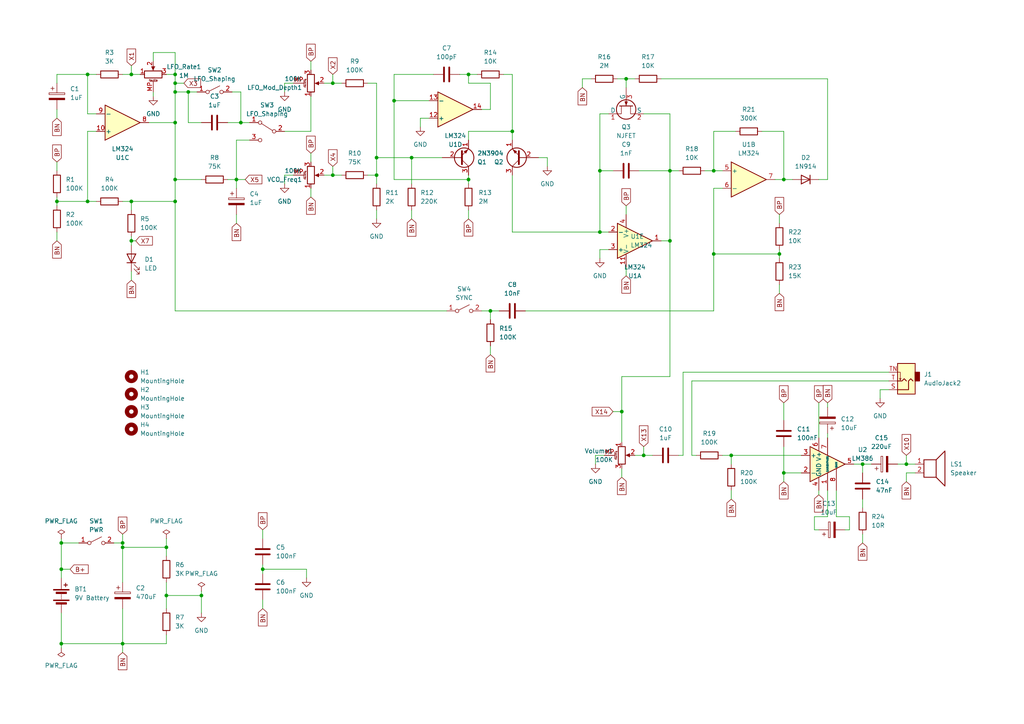
<source format=kicad_sch>
(kicad_sch (version 20230121) (generator eeschema)
  (paper "A4")
  (lib_symbols
    (symbol "Amplifier_Audio:LM386" (pin_names (offset 0.127))
      (property "Reference" "U" (at 1.27 7.62 0))
      (property "Value" "LM386" (at 1.27 5.08 0))
      (symbol "LM386_0_1"
        (polyline (pts (xy 5.08 0) (xy -5.08 5.08) (xy -5.08 -5.08) (xy 5.08 0)) (stroke (width 0.254)) (fill (type background)))
      )
      (symbol "LM386_1_1"
        (pin input line (at 0 -7.62 90) (length 5.08) (name "GAIN") (number "1"))
        (pin input line (at -7.62 -2.54 0) (length 2.54) (name "-") (number "2"))
        (pin input line (at -7.62 2.54 0) (length 2.54) (name "+") (number "3"))
        (pin power_in line (at -2.54 -7.62 90) (length 3.81) (name "GND") (number "4"))
        (pin output line (at 7.62 0 180) (length 2.54) (name "~") (number "5"))
        (pin power_in line (at -2.54 7.62 270) (length 3.81) (name "V+") (number "6"))
        (pin input line (at 0 7.62 270) (length 5.08) (name "BYPASS") (number "7"))
        (pin input line (at 2.54 -7.62 90) (length 6.35) (name "GAIN") (number "8"))
      )
    )
    (symbol "Amplifier_Operational:LM324" (pin_names (offset 0.127))
      (property "Reference" "U" (at 0 5.08 0))
      (property "Value" "LM324" (at 0 -5.08 0))
      (symbol "LM324_1_1"
        (polyline (pts (xy -5.08 5.08) (xy 5.08 0) (xy -5.08 -5.08) (xy -5.08 5.08)) (stroke (width 0.254)) (fill (type background)))
        (pin output line (at 7.62 0 180) (length 2.54) (name "~") (number "1"))
        (pin input line (at -7.62 -2.54 0) (length 2.54) (name "-") (number "2"))
        (pin input line (at -7.62 2.54 0) (length 2.54) (name "+") (number "3"))
      )
      (symbol "LM324_2_1"
        (polyline (pts (xy -5.08 5.08) (xy 5.08 0) (xy -5.08 -5.08) (xy -5.08 5.08)) (stroke (width 0.254)) (fill (type background)))
        (pin input line (at -7.62 2.54 0) (length 2.54) (name "+") (number "5"))
        (pin input line (at -7.62 -2.54 0) (length 2.54) (name "-") (number "6"))
        (pin output line (at 7.62 0 180) (length 2.54) (name "~") (number "7"))
      )
      (symbol "LM324_3_1"
        (polyline (pts (xy -5.08 5.08) (xy 5.08 0) (xy -5.08 -5.08) (xy -5.08 5.08)) (stroke (width 0.254)) (fill (type background)))
        (pin input line (at -7.62 2.54 0) (length 2.54) (name "+") (number "10"))
        (pin output line (at 7.62 0 180) (length 2.54) (name "~") (number "8"))
        (pin input line (at -7.62 -2.54 0) (length 2.54) (name "-") (number "9"))
      )
      (symbol "LM324_4_1"
        (polyline (pts (xy -5.08 5.08) (xy 5.08 0) (xy -5.08 -5.08) (xy -5.08 5.08)) (stroke (width 0.254)) (fill (type background)))
        (pin input line (at -7.62 2.54 0) (length 2.54) (name "+") (number "12"))
        (pin input line (at -7.62 -2.54 0) (length 2.54) (name "-") (number "13"))
        (pin output line (at 7.62 0 180) (length 2.54) (name "~") (number "14"))
      )
      (symbol "LM324_5_1"
        (pin power_in line (at -2.54 -7.62 90) (length 3.81) (name "V-") (number "11"))
        (pin power_in line (at -2.54 7.62 270) (length 3.81) (name "V+") (number "4"))
      )
    )
    (symbol "Connector-github:AudioJack2_SwitchT"
      (property "Reference" "J" (at 0 8.89 0))
      (property "Value" "AudioJack2_SwitchT" (at 0 6.35 0))
      (symbol "AudioJack2_SwitchT_0_1"
        (rectangle (start -2.54 0) (end -3.81 -2.54) (stroke (width 0.254)) (fill (type outline)))
        (polyline (pts (xy 1.778 -0.254) (xy 2.032 -0.762)))
        (polyline (pts (xy 0 0) (xy 0.635 -0.635) (xy 1.27 0) (xy 2.54 0)) (stroke (width 0.254)))
        (polyline (pts (xy 2.54 -2.54) (xy 1.778 -2.54) (xy 1.778 -0.254) (xy 1.524 -0.762)))
        (polyline (pts (xy 2.54 2.54) (xy -0.635 2.54) (xy -0.635 0) (xy -1.27 -0.635) (xy -1.905 0)) (stroke (width 0.254)))
        (rectangle (start 2.54 3.81) (end -2.54 -5.08) (stroke (width 0.254)) (fill (type background)))
      )
      (symbol "AudioJack2_SwitchT_1_1"
        (pin passive line (at 5.08 2.54 180) (length 2.54) (name "~") (number "S"))
        (pin passive line (at 5.08 0 180) (length 2.54) (name "~") (number "T"))
        (pin passive line (at 5.08 -2.54 180) (length 2.54) (name "~") (number "TN"))
      )
    )
    (symbol "Device:Battery" (pin_numbers hide) (pin_names (offset 0) hide)
      (property "Reference" "BT" (at 2.54 2.54 0))
      (property "Value" "Battery" (at 2.54 0 0))
      (symbol "Battery_0_1"
        (rectangle (start -2.286 -1.27) (end 2.286 -1.524) (fill (type outline)))
        (rectangle (start -2.286 1.778) (end 2.286 1.524) (fill (type outline)))
        (rectangle (start -1.524 -2.032) (end 1.524 -2.54) (fill (type outline)))
        (rectangle (start -1.524 1.016) (end 1.524 0.508) (fill (type outline)))
        (polyline (pts (xy 0 -1.016) (xy 0 -0.762)))
        (polyline (pts (xy 0 -0.508) (xy 0 -0.254)))
        (polyline (pts (xy 0 0) (xy 0 0.254)))
        (polyline (pts (xy 0 1.778) (xy 0 2.54)))
        (polyline (pts (xy 0.762 3.048) (xy 1.778 3.048)) (stroke (width 0.254)))
        (polyline (pts (xy 1.27 3.556) (xy 1.27 2.54)) (stroke (width 0.254)))
      )
      (symbol "Battery_1_1"
        (pin passive line (at 0 5.08 270) (length 2.54) (name "+") (number "1"))
        (pin passive line (at 0 -5.08 90) (length 2.54) (name "-") (number "2"))
      )
    )
    (symbol "Device:C" (pin_numbers hide) (pin_names (offset 0.254))
      (property "Reference" "C" (at 0.635 2.54 0))
      (property "Value" "C" (at 0.635 -2.54 0))
      (symbol "C_0_1"
        (polyline (pts (xy -2.032 -0.762) (xy 2.032 -0.762)) (stroke (width 0.508)))
        (polyline (pts (xy -2.032 0.762) (xy 2.032 0.762)) (stroke (width 0.508)))
      )
      (symbol "C_1_1"
        (pin passive line (at 0 3.81 270) (length 2.794) (name "~") (number "1"))
        (pin passive line (at 0 -3.81 90) (length 2.794) (name "~") (number "2"))
      )
    )
    (symbol "Device:C_Polarized" (pin_numbers hide) (pin_names (offset 0.254))
      (property "Reference" "C" (at 0.635 2.54 0))
      (property "Value" "C_Polarized" (at 0.635 -2.54 0))
      (symbol "C_Polarized_0_1"
        (rectangle (start -2.286 0.508) (end 2.286 1.016))
        (polyline (pts (xy -1.778 2.286) (xy -0.762 2.286)))
        (polyline (pts (xy -1.27 2.794) (xy -1.27 1.778)))
        (rectangle (start 2.286 -0.508) (end -2.286 -1.016) (fill (type outline)))
      )
      (symbol "C_Polarized_1_1"
        (pin passive line (at 0 3.81 270) (length 2.794) (name "~") (number "1"))
        (pin passive line (at 0 -3.81 90) (length 2.794) (name "~") (number "2"))
      )
    )
    (symbol "Device:LED" (pin_numbers hide) (pin_names (offset 1.016) hide)
      (property "Reference" "D" (at 0 2.54 0))
      (property "Value" "LED" (at 0 -2.54 0))
      (symbol "LED_0_1"
        (polyline (pts (xy -1.27 -1.27) (xy -1.27 1.27)) (stroke (width 0.254)))
        (polyline (pts (xy -1.27 0) (xy 1.27 0)))
        (polyline (pts (xy 1.27 -1.27) (xy 1.27 1.27) (xy -1.27 0) (xy 1.27 -1.27)) (stroke (width 0.254)))
        (polyline (pts (xy -3.048 -0.762) (xy -4.572 -2.286) (xy -3.81 -2.286) (xy -4.572 -2.286) (xy -4.572 -1.524)))
        (polyline (pts (xy -1.778 -0.762) (xy -3.302 -2.286) (xy -2.54 -2.286) (xy -3.302 -2.286) (xy -3.302 -1.524)))
      )
      (symbol "LED_1_1"
        (pin passive line (at -3.81 0 0) (length 2.54) (name "K") (number "1"))
        (pin passive line (at 3.81 0 180) (length 2.54) (name "A") (number "2"))
      )
    )
    (symbol "Device:Q_NJFET_DSG" (pin_names (offset 0))
      (property "Reference" "Q" (at 5.08 1.27 0))
      (property "Value" "Q_NJFET_DSG" (at 5.08 -1.27 0))
      (symbol "Q_NJFET_DSG_0_1"
        (polyline (pts (xy 0.254 1.905) (xy 0.254 -1.905) (xy 0.254 -1.905)) (stroke (width 0.254)))
        (polyline (pts (xy 2.54 -2.54) (xy 2.54 -1.27) (xy 0.254 -1.27)))
        (polyline (pts (xy 2.54 2.54) (xy 2.54 1.397) (xy 0.254 1.397)))
        (polyline (pts (xy 0 0) (xy -1.016 0.381) (xy -1.016 -0.381) (xy 0 0)) (fill (type outline)))
        (circle (center 1.27 0) (radius 2.8194) (stroke (width 0.254)))
      )
      (symbol "Q_NJFET_DSG_1_1"
        (pin passive line (at 2.54 5.08 270) (length 2.54) (name "D") (number "1"))
        (pin passive line (at 2.54 -5.08 90) (length 2.54) (name "S") (number "2"))
        (pin input line (at -5.08 0 0) (length 5.334) (name "G") (number "3"))
      )
    )
    (symbol "Device:R" (pin_numbers hide) (pin_names (offset 0))
      (property "Reference" "R" (at 2.032 0 90))
      (property "Value" "R" (at 0 0 90))
      (symbol "R_0_1"
        (rectangle (start -1.016 -2.54) (end 1.016 2.54) (stroke (width 0.254)))
      )
      (symbol "R_1_1"
        (pin passive line (at 0 3.81 270) (length 1.27) (name "~") (number "1"))
        (pin passive line (at 0 -3.81 90) (length 1.27) (name "~") (number "2"))
      )
    )
    (symbol "Device:R_Potentiometer_MountingPin" (pin_names (offset 1.016) hide)
      (property "Reference" "RV" (at -8.255 0 90))
      (property "Value" "R_Potentiometer_MountingPin" (at -6.35 0 90))
      (symbol "R_Potentiometer_MountingPin_0_1"
        (polyline (pts (xy 2.54 0) (xy 1.524 0)))
        (polyline (pts (xy 1.143 0) (xy 2.286 0.508) (xy 2.286 -0.508)) (fill (type outline)))
        (rectangle (start 1.016 2.54) (end -1.016 -2.54) (stroke (width 0.254)))
      )
      (symbol "R_Potentiometer_MountingPin_1_1"
        (polyline (pts (xy -2.032 1.016) (xy -2.032 -1.016)) (stroke (width 0.1524)))
        (text "Mounting" (at -1.651 0 900) (effects (font (size 0.381 0.381))))
        (pin passive line (at 0 3.81 270) (length 1.27) (name "1") (number "1"))
        (pin passive line (at 3.81 0 180) (length 1.27) (name "2") (number "2"))
        (pin passive line (at 0 -3.81 90) (length 1.27) (name "3") (number "3"))
        (pin passive line (at -5.08 0 0) (length 3.048) (name "MountPin") (number "MP"))
      )
    )
    (symbol "Device:Speaker" (pin_names (offset 0) hide)
      (property "Reference" "LS" (at 1.27 5.715 0))
      (property "Value" "Speaker" (at 1.27 3.81 0))
      (symbol "Speaker_0_0"
        (rectangle (start -2.54 1.27) (end 1.016 -3.81) (stroke (width 0.254)))
        (polyline (pts (xy 1.016 1.27) (xy 3.556 3.81) (xy 3.556 -6.35) (xy 1.016 -3.81)) (stroke (width 0.254)))
      )
      (symbol "Speaker_1_1"
        (pin input line (at -5.08 0 0) (length 2.54) (name "1") (number "1"))
        (pin input line (at -5.08 -2.54 0) (length 2.54) (name "2") (number "2"))
      )
    )
    (symbol "Diode:1N914" (pin_numbers hide) (pin_names hide)
      (property "Reference" "D" (at 0 2.54 0))
      (property "Value" "1N914" (at 0 -2.54 0))
      (symbol "1N914_0_1"
        (polyline (pts (xy -1.27 1.27) (xy -1.27 -1.27)) (stroke (width 0.254)))
        (polyline (pts (xy 1.27 0) (xy -1.27 0)))
        (polyline (pts (xy 1.27 1.27) (xy 1.27 -1.27) (xy -1.27 0) (xy 1.27 1.27)) (stroke (width 0.254)))
      )
      (symbol "1N914_1_1"
        (pin passive line (at -3.81 0 0) (length 2.54) (name "K") (number "1"))
        (pin passive line (at 3.81 0 180) (length 2.54) (name "A") (number "2"))
      )
    )
    (symbol "Mechanical:MountingHole" (pin_names (offset 1.016))
      (property "Reference" "H" (at 0 5.08 0))
      (property "Value" "MountingHole" (at 0 3.175 0))
      (symbol "MountingHole_0_1"
        (circle (center 0 0) (radius 1.27) (stroke (width 1.27)))
      )
    )
    (symbol "Switch:SW_SPDT" (pin_names (offset 0) hide)
      (property "Reference" "SW" (at 0 4.318 0))
      (property "Value" "SW_SPDT" (at 0 -5.08 0))
      (symbol "SW_SPDT_0_0"
        (circle (center -2.032 0) (radius 0.508))
        (circle (center 2.032 -2.54) (radius 0.508))
      )
      (symbol "SW_SPDT_0_1"
        (polyline (pts (xy -1.524 0.254) (xy 1.651 2.286)))
        (circle (center 2.032 2.54) (radius 0.508))
      )
      (symbol "SW_SPDT_1_1"
        (pin passive line (at 5.08 2.54 180) (length 2.54) (name "A") (number "1"))
        (pin passive line (at -5.08 0 0) (length 2.54) (name "B") (number "2"))
        (pin passive line (at 5.08 -2.54 180) (length 2.54) (name "C") (number "3"))
      )
    )
    (symbol "Switch:SW_SPST" (pin_names (offset 0) hide)
      (property "Reference" "SW" (at 0 3.175 0))
      (property "Value" "SW_SPST" (at 0 -2.54 0))
      (symbol "SW_SPST_0_0"
        (circle (center -2.032 0) (radius 0.508))
        (polyline (pts (xy -1.524 0.254) (xy 1.524 1.778)))
        (circle (center 2.032 0) (radius 0.508))
      )
      (symbol "SW_SPST_1_1"
        (pin passive line (at -5.08 0 0) (length 2.54) (name "A") (number "1"))
        (pin passive line (at 5.08 0 180) (length 2.54) (name "B") (number "2"))
      )
    )
    (symbol "Transistor_BJT:2N3904" (pin_names (offset 0) hide)
      (property "Reference" "Q" (at 5.08 1.905 0))
      (property "Value" "2N3904" (at 5.08 0 0))
      (symbol "2N3904_0_1"
        (polyline (pts (xy 0.635 0.635) (xy 2.54 2.54)))
        (polyline (pts (xy 0.635 -0.635) (xy 2.54 -2.54) (xy 2.54 -2.54)))
        (polyline (pts (xy 0.635 1.905) (xy 0.635 -1.905) (xy 0.635 -1.905)) (stroke (width 0.508)))
        (polyline (pts (xy 1.27 -1.778) (xy 1.778 -1.27) (xy 2.286 -2.286) (xy 1.27 -1.778) (xy 1.27 -1.778)) (fill (type outline)))
        (circle (center 1.27 0) (radius 2.8194) (stroke (width 0.254)))
      )
      (symbol "2N3904_1_1"
        (pin passive line (at 2.54 -5.08 90) (length 2.54) (name "E") (number "1"))
        (pin passive line (at -5.08 0 0) (length 5.715) (name "B") (number "2"))
        (pin passive line (at 2.54 5.08 270) (length 2.54) (name "C") (number "3"))
      )
    )
    (symbol "power:GND" (power) (pin_names (offset 0))
      (property "Value" "GND" (at 0 -3.81 0))
      (symbol "GND_0_1"
        (polyline (pts (xy 0 0) (xy 0 -1.27) (xy 1.27 -1.27) (xy 0 -2.54) (xy -1.27 -1.27) (xy 0 -1.27)))
      )
      (symbol "GND_1_1"
        (pin power_in line (at 0 0 270) (length 0) hide (name "GND") (number "1"))
      )
    )
    (symbol "power:PWR_FLAG" (power) (pin_numbers hide) (pin_names (offset 0) hide)
      (property "Value" "PWR_FLAG" (at 0 3.81 0))
      (symbol "PWR_FLAG_0_0"
        (pin power_out line (at 0 0 90) (length 0) (name "pwr") (number "1"))
      )
      (symbol "PWR_FLAG_0_1"
        (polyline (pts (xy 0 0) (xy 0 1.27) (xy -1.016 1.905) (xy 0 2.54) (xy 1.016 1.905) (xy 0 1.27)))
      )
    )
  )
  (junction (at 207.01 73.66))
  (junction (at 180.34 119.38))
  (junction (at 114.3 29.21))
  (junction (at 135.89 21.59))
  (junction (at 35.56 186.69))
  (junction (at 38.1 69.85))
  (junction (at 96.52 24.13))
  (junction (at 58.42 172.72))
  (junction (at 50.8 35.56))
  (junction (at 173.99 49.53))
  (junction (at 16.51 58.42))
  (junction (at 227.33 52.07))
  (junction (at 109.22 45.72))
  (junction (at 25.4 58.42))
  (junction (at 186.69 132.08))
  (junction (at 35.56 158.75))
  (junction (at 25.4 21.59))
  (junction (at 38.1 58.42))
  (junction (at 38.1 21.59))
  (junction (at 173.99 67.31))
  (junction (at 227.33 137.16))
  (junction (at 212.09 132.08))
  (junction (at 194.31 69.85))
  (junction (at 68.58 52.07))
  (junction (at 194.31 49.53))
  (junction (at 207.01 49.53))
  (junction (at 109.22 50.8))
  (junction (at 50.8 24.13))
  (junction (at 17.78 157.48))
  (junction (at 48.26 172.72))
  (junction (at 142.24 90.17))
  (junction (at 35.56 157.48))
  (junction (at 76.2 165.1))
  (junction (at 50.8 52.07))
  (junction (at 135.89 52.07))
  (junction (at 17.78 186.69))
  (junction (at 250.19 134.62))
  (junction (at 181.61 22.86))
  (junction (at 17.78 165.1))
  (junction (at 226.06 73.66))
  (junction (at 148.59 38.1))
  (junction (at 69.85 35.56))
  (junction (at 50.8 58.42))
  (junction (at 96.52 50.8))
  (junction (at 50.8 26.67))
  (junction (at 48.26 158.75))
  (junction (at 119.38 45.72))
  (junction (at 54.61 26.67))
  (junction (at 262.89 134.62))
  (junction (at 50.8 21.59))
  (wire (pts (xy 124.46 29.21) (xy 114.3 29.21)))
  (wire (pts (xy 58.42 35.56) (xy 54.61 35.56)))
  (wire (pts (xy 180.34 128.27) (xy 180.34 119.38)))
  (wire (pts (xy 67.31 26.67) (xy 69.85 26.67)))
  (wire (pts (xy 180.34 135.89) (xy 180.34 138.43)))
  (wire (pts (xy 54.61 26.67) (xy 57.15 26.67)))
  (wire (pts (xy 135.89 21.59) (xy 133.35 21.59)))
  (wire (pts (xy 227.33 116.84) (xy 227.33 121.92)))
  (wire (pts (xy 124.46 34.29) (xy 121.92 34.29)))
  (wire (pts (xy 17.78 186.69) (xy 17.78 187.96)))
  (wire (pts (xy 209.55 132.08) (xy 212.09 132.08)))
  (wire (pts (xy 212.09 132.08) (xy 232.41 132.08)))
  (wire (pts (xy 16.51 58.42) (xy 16.51 59.69)))
  (wire (pts (xy 180.34 109.22) (xy 194.31 109.22)))
  (wire (pts (xy 16.51 21.59) (xy 25.4 21.59)))
  (wire (pts (xy 207.01 38.1) (xy 207.01 49.53)))
  (wire (pts (xy 119.38 60.96) (xy 119.38 63.5)))
  (wire (pts (xy 90.17 54.61) (xy 90.17 57.15)))
  (wire (pts (xy 158.75 45.72) (xy 158.75 48.26)))
  (wire (pts (xy 109.22 60.96) (xy 109.22 63.5)))
  (wire (pts (xy 262.89 134.62) (xy 265.43 134.62)))
  (wire (pts (xy 38.1 69.85) (xy 38.1 71.12)))
  (wire (pts (xy 38.1 58.42) (xy 38.1 60.96)))
  (wire (pts (xy 207.01 49.53) (xy 209.55 49.53)))
  (wire (pts (xy 227.33 38.1) (xy 227.33 52.07)))
  (wire (pts (xy 33.02 157.48) (xy 35.56 157.48)))
  (wire (pts (xy 38.1 58.42) (xy 50.8 58.42)))
  (wire (pts (xy 198.12 132.08) (xy 198.12 107.95)))
  (wire (pts (xy 135.89 40.64) (xy 135.89 38.1)))
  (wire (pts (xy 82.55 24.13) (xy 82.55 26.67)))
  (wire (pts (xy 224.79 52.07) (xy 227.33 52.07)))
  (wire (pts (xy 152.4 90.17) (xy 207.01 90.17)))
  (wire (pts (xy 255.27 113.03) (xy 255.27 115.57)))
  (wire (pts (xy 186.69 33.02) (xy 194.31 33.02)))
  (wire (pts (xy 76.2 163.83) (xy 76.2 165.1)))
  (wire (pts (xy 247.65 134.62) (xy 250.19 134.62)))
  (wire (pts (xy 68.58 52.07) (xy 68.58 54.61)))
  (wire (pts (xy 135.89 60.96) (xy 135.89 63.5)))
  (wire (pts (xy 93.98 24.13) (xy 96.52 24.13)))
  (wire (pts (xy 25.4 58.42) (xy 27.94 58.42)))
  (wire (pts (xy 109.22 24.13) (xy 109.22 45.72)))
  (wire (pts (xy 236.22 153.67) (xy 237.49 153.67)))
  (wire (pts (xy 227.33 52.07) (xy 229.87 52.07)))
  (wire (pts (xy 139.7 90.17) (xy 142.24 90.17)))
  (wire (pts (xy 96.52 50.8) (xy 99.06 50.8)))
  (wire (pts (xy 35.56 158.75) (xy 35.56 168.91)))
  (wire (pts (xy 25.4 33.02) (xy 25.4 21.59)))
  (wire (pts (xy 48.26 156.21) (xy 48.26 158.75)))
  (wire (pts (xy 173.99 49.53) (xy 173.99 67.31)))
  (wire (pts (xy 35.56 154.94) (xy 35.56 157.48)))
  (wire (pts (xy 246.38 149.86) (xy 246.38 153.67)))
  (wire (pts (xy 240.03 52.07) (xy 240.03 22.86)))
  (wire (pts (xy 16.51 67.31) (xy 16.51 69.85)))
  (wire (pts (xy 54.61 35.56) (xy 54.61 26.67)))
  (wire (pts (xy 257.81 113.03) (xy 255.27 113.03)))
  (wire (pts (xy 27.94 38.1) (xy 25.4 38.1)))
  (wire (pts (xy 109.22 50.8) (xy 109.22 53.34)))
  (wire (pts (xy 135.89 38.1) (xy 148.59 38.1)))
  (wire (pts (xy 88.9 167.64) (xy 88.9 165.1)))
  (wire (pts (xy 50.8 26.67) (xy 54.61 26.67)))
  (wire (pts (xy 240.03 116.84) (xy 240.03 118.11)))
  (wire (pts (xy 135.89 50.8) (xy 135.89 52.07)))
  (wire (pts (xy 125.73 21.59) (xy 114.3 21.59)))
  (wire (pts (xy 148.59 50.8) (xy 148.59 67.31)))
  (wire (pts (xy 119.38 45.72) (xy 119.38 53.34)))
  (wire (pts (xy 16.51 24.13) (xy 16.51 21.59)))
  (wire (pts (xy 35.56 186.69) (xy 35.56 189.23)))
  (wire (pts (xy 240.03 142.24) (xy 240.03 149.86)))
  (wire (pts (xy 237.49 142.24) (xy 237.49 143.51)))
  (wire (pts (xy 25.4 38.1) (xy 25.4 58.42)))
  (wire (pts (xy 76.2 165.1) (xy 76.2 166.37)))
  (wire (pts (xy 48.26 21.59) (xy 50.8 21.59)))
  (wire (pts (xy 82.55 38.1) (xy 90.17 38.1)))
  (wire (pts (xy 90.17 38.1) (xy 90.17 27.94)))
  (wire (pts (xy 135.89 24.13) (xy 135.89 21.59)))
  (wire (pts (xy 106.68 24.13) (xy 109.22 24.13)))
  (wire (pts (xy 90.17 44.45) (xy 90.17 46.99)))
  (wire (pts (xy 184.15 132.08) (xy 186.69 132.08)))
  (wire (pts (xy 17.78 186.69) (xy 35.56 186.69)))
  (wire (pts (xy 226.06 82.55) (xy 226.06 85.09)))
  (wire (pts (xy 17.78 177.8) (xy 17.78 186.69)))
  (wire (pts (xy 207.01 73.66) (xy 226.06 73.66)))
  (wire (pts (xy 88.9 165.1) (xy 76.2 165.1)))
  (wire (pts (xy 90.17 17.78) (xy 90.17 20.32)))
  (wire (pts (xy 240.03 22.86) (xy 191.77 22.86)))
  (wire (pts (xy 148.59 67.31) (xy 173.99 67.31)))
  (wire (pts (xy 50.8 24.13) (xy 53.34 24.13)))
  (wire (pts (xy 68.58 40.64) (xy 68.58 52.07)))
  (wire (pts (xy 69.85 35.56) (xy 72.39 35.56)))
  (wire (pts (xy 194.31 69.85) (xy 191.77 69.85)))
  (wire (pts (xy 200.66 110.49) (xy 257.81 110.49)))
  (wire (pts (xy 168.91 22.86) (xy 168.91 25.4)))
  (wire (pts (xy 38.1 69.85) (xy 39.37 69.85)))
  (wire (pts (xy 250.19 144.78) (xy 250.19 147.32)))
  (wire (pts (xy 17.78 156.21) (xy 17.78 157.48)))
  (wire (pts (xy 50.8 35.56) (xy 50.8 26.67)))
  (wire (pts (xy 185.42 49.53) (xy 194.31 49.53)))
  (wire (pts (xy 58.42 177.8) (xy 58.42 172.72)))
  (wire (pts (xy 96.52 48.26) (xy 96.52 50.8)))
  (wire (pts (xy 50.8 21.59) (xy 50.8 15.24)))
  (wire (pts (xy 58.42 171.45) (xy 58.42 172.72)))
  (wire (pts (xy 82.55 50.8) (xy 82.55 53.34)))
  (wire (pts (xy 240.03 125.73) (xy 240.03 127)))
  (wire (pts (xy 181.61 77.47) (xy 181.61 80.01)))
  (wire (pts (xy 38.1 78.74) (xy 38.1 81.28)))
  (wire (pts (xy 212.09 132.08) (xy 212.09 134.62)))
  (wire (pts (xy 17.78 165.1) (xy 17.78 157.48)))
  (wire (pts (xy 194.31 49.53) (xy 194.31 69.85)))
  (wire (pts (xy 200.66 132.08) (xy 200.66 110.49)))
  (wire (pts (xy 76.2 153.67) (xy 76.2 156.21)))
  (wire (pts (xy 201.93 132.08) (xy 200.66 132.08)))
  (wire (pts (xy 50.8 58.42) (xy 50.8 52.07)))
  (wire (pts (xy 194.31 49.53) (xy 196.85 49.53)))
  (wire (pts (xy 262.89 132.08) (xy 262.89 134.62)))
  (wire (pts (xy 43.18 35.56) (xy 50.8 35.56)))
  (wire (pts (xy 135.89 21.59) (xy 138.43 21.59)))
  (wire (pts (xy 207.01 54.61) (xy 207.01 73.66)))
  (wire (pts (xy 142.24 31.75) (xy 142.24 24.13)))
  (wire (pts (xy 213.36 38.1) (xy 207.01 38.1)))
  (wire (pts (xy 180.34 119.38) (xy 180.34 109.22)))
  (wire (pts (xy 186.69 132.08) (xy 189.23 132.08)))
  (wire (pts (xy 48.26 172.72) (xy 58.42 172.72)))
  (wire (pts (xy 198.12 107.95) (xy 257.81 107.95)))
  (wire (pts (xy 265.43 137.16) (xy 262.89 137.16)))
  (wire (pts (xy 44.45 26.67) (xy 44.45 27.94)))
  (wire (pts (xy 139.7 31.75) (xy 142.24 31.75)))
  (wire (pts (xy 236.22 149.86) (xy 236.22 153.67)))
  (wire (pts (xy 148.59 38.1) (xy 148.59 40.64)))
  (wire (pts (xy 50.8 52.07) (xy 58.42 52.07)))
  (wire (pts (xy 66.04 52.07) (xy 68.58 52.07)))
  (wire (pts (xy 66.04 35.56) (xy 69.85 35.56)))
  (wire (pts (xy 35.56 186.69) (xy 48.26 186.69)))
  (wire (pts (xy 227.33 137.16) (xy 232.41 137.16)))
  (wire (pts (xy 173.99 49.53) (xy 177.8 49.53)))
  (wire (pts (xy 196.85 132.08) (xy 198.12 132.08)))
  (wire (pts (xy 227.33 129.54) (xy 227.33 137.16)))
  (wire (pts (xy 240.03 149.86) (xy 236.22 149.86)))
  (wire (pts (xy 226.06 72.39) (xy 226.06 73.66)))
  (wire (pts (xy 175.26 132.08) (xy 172.72 132.08)))
  (wire (pts (xy 44.45 15.24) (xy 44.45 17.78)))
  (wire (pts (xy 25.4 21.59) (xy 27.94 21.59)))
  (wire (pts (xy 48.26 161.29) (xy 48.26 158.75)))
  (wire (pts (xy 27.94 33.02) (xy 25.4 33.02)))
  (wire (pts (xy 142.24 24.13) (xy 135.89 24.13)))
  (wire (pts (xy 262.89 137.16) (xy 262.89 139.7)))
  (wire (pts (xy 96.52 24.13) (xy 99.06 24.13)))
  (wire (pts (xy 173.99 33.02) (xy 173.99 49.53)))
  (wire (pts (xy 50.8 15.24) (xy 44.45 15.24)))
  (wire (pts (xy 220.98 38.1) (xy 227.33 38.1)))
  (wire (pts (xy 156.21 45.72) (xy 158.75 45.72)))
  (wire (pts (xy 177.8 119.38) (xy 180.34 119.38)))
  (wire (pts (xy 109.22 45.72) (xy 109.22 50.8)))
  (wire (pts (xy 68.58 52.07) (xy 71.12 52.07)))
  (wire (pts (xy 148.59 21.59) (xy 148.59 38.1)))
  (wire (pts (xy 181.61 59.69) (xy 181.61 62.23)))
  (wire (pts (xy 212.09 142.24) (xy 212.09 144.78)))
  (wire (pts (xy 242.57 142.24) (xy 242.57 149.86)))
  (wire (pts (xy 72.39 40.64) (xy 68.58 40.64)))
  (wire (pts (xy 207.01 90.17) (xy 207.01 73.66)))
  (wire (pts (xy 176.53 33.02) (xy 173.99 33.02)))
  (wire (pts (xy 96.52 21.59) (xy 96.52 24.13)))
  (wire (pts (xy 246.38 153.67) (xy 245.11 153.67)))
  (wire (pts (xy 38.1 68.58) (xy 38.1 69.85)))
  (wire (pts (xy 76.2 173.99) (xy 76.2 176.53)))
  (wire (pts (xy 35.56 157.48) (xy 35.56 158.75)))
  (wire (pts (xy 69.85 26.67) (xy 69.85 35.56)))
  (wire (pts (xy 173.99 72.39) (xy 173.99 74.93)))
  (wire (pts (xy 50.8 26.67) (xy 50.8 24.13)))
  (wire (pts (xy 226.06 62.23) (xy 226.06 64.77)))
  (wire (pts (xy 16.51 31.75) (xy 16.51 34.29)))
  (wire (pts (xy 250.19 134.62) (xy 250.19 137.16)))
  (wire (pts (xy 250.19 154.94) (xy 250.19 157.48)))
  (wire (pts (xy 17.78 167.64) (xy 17.78 165.1)))
  (wire (pts (xy 142.24 90.17) (xy 142.24 92.71)))
  (wire (pts (xy 242.57 149.86) (xy 246.38 149.86)))
  (wire (pts (xy 85.09 50.8) (xy 82.55 50.8)))
  (wire (pts (xy 114.3 29.21) (xy 114.3 52.07)))
  (wire (pts (xy 172.72 132.08) (xy 172.72 134.62)))
  (wire (pts (xy 35.56 21.59) (xy 38.1 21.59)))
  (wire (pts (xy 25.4 58.42) (xy 16.51 58.42)))
  (wire (pts (xy 17.78 165.1) (xy 20.32 165.1)))
  (wire (pts (xy 119.38 45.72) (xy 128.27 45.72)))
  (wire (pts (xy 181.61 22.86) (xy 179.07 22.86)))
  (wire (pts (xy 68.58 62.23) (xy 68.58 64.77)))
  (wire (pts (xy 237.49 116.84) (xy 237.49 127)))
  (wire (pts (xy 181.61 22.86) (xy 184.15 22.86)))
  (wire (pts (xy 186.69 129.54) (xy 186.69 132.08)))
  (wire (pts (xy 142.24 90.17) (xy 144.78 90.17)))
  (wire (pts (xy 48.26 186.69) (xy 48.26 184.15)))
  (wire (pts (xy 50.8 24.13) (xy 50.8 21.59)))
  (wire (pts (xy 38.1 21.59) (xy 40.64 21.59)))
  (wire (pts (xy 35.56 176.53) (xy 35.56 186.69)))
  (wire (pts (xy 50.8 52.07) (xy 50.8 35.56)))
  (wire (pts (xy 17.78 157.48) (xy 22.86 157.48)))
  (wire (pts (xy 35.56 58.42) (xy 38.1 58.42)))
  (wire (pts (xy 114.3 52.07) (xy 135.89 52.07)))
  (wire (pts (xy 106.68 50.8) (xy 109.22 50.8)))
  (wire (pts (xy 250.19 134.62) (xy 252.73 134.62)))
  (wire (pts (xy 16.51 46.99) (xy 16.51 49.53)))
  (wire (pts (xy 237.49 52.07) (xy 240.03 52.07)))
  (wire (pts (xy 227.33 137.16) (xy 227.33 139.7)))
  (wire (pts (xy 260.35 134.62) (xy 262.89 134.62)))
  (wire (pts (xy 114.3 21.59) (xy 114.3 29.21)))
  (wire (pts (xy 93.98 50.8) (xy 96.52 50.8)))
  (wire (pts (xy 38.1 19.05) (xy 38.1 21.59)))
  (wire (pts (xy 226.06 73.66) (xy 226.06 74.93)))
  (wire (pts (xy 135.89 52.07) (xy 135.89 53.34)))
  (wire (pts (xy 50.8 90.17) (xy 50.8 58.42)))
  (wire (pts (xy 85.09 24.13) (xy 82.55 24.13)))
  (wire (pts (xy 48.26 168.91) (xy 48.26 172.72)))
  (wire (pts (xy 204.47 49.53) (xy 207.01 49.53)))
  (wire (pts (xy 171.45 22.86) (xy 168.91 22.86)))
  (wire (pts (xy 48.26 158.75) (xy 35.56 158.75)))
  (wire (pts (xy 146.05 21.59) (xy 148.59 21.59)))
  (wire (pts (xy 48.26 172.72) (xy 48.26 176.53)))
  (wire (pts (xy 209.55 54.61) (xy 207.01 54.61)))
  (wire (pts (xy 109.22 45.72) (xy 119.38 45.72)))
  (wire (pts (xy 129.54 90.17) (xy 50.8 90.17)))
  (wire (pts (xy 176.53 72.39) (xy 173.99 72.39)))
  (wire (pts (xy 194.31 33.02) (xy 194.31 49.53)))
  (wire (pts (xy 173.99 67.31) (xy 176.53 67.31)))
  (wire (pts (xy 16.51 57.15) (xy 16.51 58.42)))
  (wire (pts (xy 121.92 34.29) (xy 121.92 36.83)))
  (wire (pts (xy 181.61 25.4) (xy 181.61 22.86)))
  (wire (pts (xy 142.24 100.33) (xy 142.24 102.87)))
  (wire (pts (xy 194.31 109.22) (xy 194.31 69.85)))
  (global_label "BN" (shape input) (at 168.91 25.4 270) (property "Intersheetrefs" "${INTERSHEET_REFS}" (effects hide)))
  (global_label "BN" (shape input) (at 142.24 102.87 270) (property "Intersheetrefs" "${INTERSHEET_REFS}" (effects hide)))
  (global_label "X1" (shape input) (at 38.1 19.05 90) (property "Intersheetrefs" "${INTERSHEET_REFS}" (effects hide)))
  (global_label "BP" (shape input) (at 76.2 153.67 90) (property "Intersheetrefs" "${INTERSHEET_REFS}" (effects hide)))
  (global_label "X3" (shape input) (at 53.34 24.13 0) (property "Intersheetrefs" "${INTERSHEET_REFS}" (effects hide)))
  (global_label "X4" (shape input) (at 96.52 48.26 90) (property "Intersheetrefs" "${INTERSHEET_REFS}" (effects hide)))
  (global_label "BP" (shape input) (at 226.06 62.23 90) (property "Intersheetrefs" "${INTERSHEET_REFS}" (effects hide)))
  (global_label "BN" (shape input) (at 212.09 144.78 270) (property "Intersheetrefs" "${INTERSHEET_REFS}" (effects hide)))
  (global_label "BN" (shape input) (at 119.38 63.5 270) (property "Intersheetrefs" "${INTERSHEET_REFS}" (effects hide)))
  (global_label "BN" (shape input) (at 240.03 116.84 90) (property "Intersheetrefs" "${INTERSHEET_REFS}" (effects hide)))
  (global_label "BN" (shape input) (at 38.1 81.28 270) (property "Intersheetrefs" "${INTERSHEET_REFS}" (effects hide)))
  (global_label "BP" (shape input) (at 16.51 46.99 90) (property "Intersheetrefs" "${INTERSHEET_REFS}" (effects hide)))
  (global_label "BN" (shape input) (at 237.49 143.51 270) (property "Intersheetrefs" "${INTERSHEET_REFS}" (effects hide)))
  (global_label "BN" (shape input) (at 76.2 176.53 270) (property "Intersheetrefs" "${INTERSHEET_REFS}" (effects hide)))
  (global_label "BP" (shape input) (at 135.89 63.5 270) (property "Intersheetrefs" "${INTERSHEET_REFS}" (effects hide)))
  (global_label "BN" (shape input) (at 16.51 34.29 270) (property "Intersheetrefs" "${INTERSHEET_REFS}" (effects hide)))
  (global_label "BP" (shape input) (at 181.61 59.69 90) (property "Intersheetrefs" "${INTERSHEET_REFS}" (effects hide)))
  (global_label "BN" (shape input) (at 68.58 64.77 270) (property "Intersheetrefs" "${INTERSHEET_REFS}" (effects hide)))
  (global_label "BN" (shape input) (at 35.56 189.23 270) (property "Intersheetrefs" "${INTERSHEET_REFS}" (effects hide)))
  (global_label "BN" (shape input) (at 262.89 139.7 270) (property "Intersheetrefs" "${INTERSHEET_REFS}" (effects hide)))
  (global_label "BN" (shape input) (at 227.33 139.7 270) (property "Intersheetrefs" "${INTERSHEET_REFS}" (effects hide)))
  (global_label "X14" (shape input) (at 177.8 119.38 180) (property "Intersheetrefs" "${INTERSHEET_REFS}" (effects hide)))
  (global_label "X2" (shape input) (at 96.52 21.59 90) (property "Intersheetrefs" "${INTERSHEET_REFS}" (effects hide)))
  (global_label "BN" (shape input) (at 180.34 138.43 270) (property "Intersheetrefs" "${INTERSHEET_REFS}" (effects hide)))
  (global_label "BN" (shape input) (at 226.06 85.09 270) (property "Intersheetrefs" "${INTERSHEET_REFS}" (effects hide)))
  (global_label "X5" (shape input) (at 71.12 52.07 0) (property "Intersheetrefs" "${INTERSHEET_REFS}" (effects hide)))
  (global_label "X13" (shape input) (at 186.69 129.54 90) (property "Intersheetrefs" "${INTERSHEET_REFS}" (effects hide)))
  (global_label "BN" (shape input) (at 181.61 80.01 270) (property "Intersheetrefs" "${INTERSHEET_REFS}" (effects hide)))
  (global_label "BP" (shape input) (at 90.17 17.78 90) (property "Intersheetrefs" "${INTERSHEET_REFS}" (effects hide)))
  (global_label "X7" (shape input) (at 39.37 69.85 0) (property "Intersheetrefs" "${INTERSHEET_REFS}" (effects hide)))
  (global_label "BN" (shape input) (at 16.51 69.85 270) (property "Intersheetrefs" "${INTERSHEET_REFS}" (effects hide)))
  (global_label "BP" (shape input) (at 227.33 116.84 90) (property "Intersheetrefs" "${INTERSHEET_REFS}" (effects hide)))
  (global_label "BP" (shape input) (at 35.56 154.94 90) (property "Intersheetrefs" "${INTERSHEET_REFS}" (effects hide)))
  (global_label "BP" (shape input) (at 90.17 44.45 90) (property "Intersheetrefs" "${INTERSHEET_REFS}" (effects hide)))
  (global_label "BP" (shape input) (at 237.49 116.84 90) (property "Intersheetrefs" "${INTERSHEET_REFS}" (effects hide)))
  (global_label "BN" (shape input) (at 90.17 57.15 270) (property "Intersheetrefs" "${INTERSHEET_REFS}" (effects hide)))
  (global_label "B+" (shape input) (at 20.32 165.1 0) (property "Intersheetrefs" "${INTERSHEET_REFS}" (effects hide)))
  (global_label "BN" (shape input) (at 250.19 157.48 270) (property "Intersheetrefs" "${INTERSHEET_REFS}" (effects hide)))
  (global_label "X10" (shape input) (at 262.89 132.08 90) (property "Intersheetrefs" "${INTERSHEET_REFS}" (effects hide)))
  (symbol (lib_id "Device:R") (at 119.38 57.15 0) (unit 1)
    (property "Reference" "R12" (at 121.92 55.88 0) (effects (justify left)))
    (property "Value" "220K" (at 121.92 58.42 0) (effects (justify left)))
    (property "Footprint" "Resistor_THT:R_Axial_DIN0207_L6.3mm_D2.5mm_P7.62mm_Horizontal" (effects hide))
  )
  (symbol (lib_id "Device:R") (at 102.87 50.8 270) (unit 1)
    (property "Reference" "R10" (at 102.87 44.45 90))
    (property "Value" "75K" (at 102.87 46.99 90))
    (property "Footprint" "Resistor_THT:R_Axial_DIN0207_L6.3mm_D2.5mm_P7.62mm_Horizontal" (effects hide))
  )
  (symbol (lib_id "Device:Battery") (at 17.78 172.72 0) (unit 1)
    (property "Reference" "BT1" (at 21.59 170.8785 0) (effects (justify left)))
    (property "Value" "9V Battery" (at 21.59 173.4185 0) (effects (justify left)))
    (property "Footprint" "Library:Battery holder 9v" (effects hide))
  )
  (symbol (lib_id "power:GND") (at 173.99 74.93 0) (unit 1)
    (property "Reference" "#PWR06" (effects hide))
    (property "Value" "GND" (at 173.99 80.01 0))
  )
  (symbol (lib_id "Mechanical:MountingHole") (at 38.1 124.46 0) (unit 1)
    (property "Reference" "H4" (at 40.64 123.19 0) (effects (justify left)))
    (property "Value" "MountingHole" (at 40.64 125.73 0) (effects (justify left)))
    (property "Footprint" "MountingHole:MountingHole_3.2mm_M3" (effects hide))
  )
  (symbol (lib_id "Device:R") (at 142.24 21.59 270) (unit 1)
    (property "Reference" "R14" (at 142.24 15.24 90))
    (property "Value" "10K" (at 142.24 17.78 90))
    (property "Footprint" "Resistor_THT:R_Axial_DIN0207_L6.3mm_D2.5mm_P7.62mm_Horizontal" (effects hide))
  )
  (symbol (lib_id "Device:C") (at 148.59 90.17 90) (unit 1)
    (property "Reference" "C8" (at 148.59 82.55 90))
    (property "Value" "10nF" (at 148.59 85.09 90))
    (property "Footprint" "Capacitor_THT:C_Disc_D3.0mm_W1.6mm_P2.50mm" (effects hide))
  )
  (symbol (lib_id "Device:Speaker") (at 270.51 134.62 0) (unit 1)
    (property "Reference" "LS1" (at 275.59 134.62 0) (effects (justify left)))
    (property "Value" "Speaker" (at 275.59 137.16 0) (effects (justify left)))
    (property "Footprint" "Library:Speaker 2030" (effects hide))
  )
  (symbol (lib_id "Device:R_Potentiometer_MountingPin") (at 180.34 132.08 0) (unit 1)
    (property "Reference" "Volume1" (at 177.8 130.81 0) (effects (justify right)))
    (property "Value" "100K" (at 177.8 133.35 0) (effects (justify right)))
    (property "Footprint" "Library:Potentiometer_Bourns_PTV09A-1_Single_Vertical" (effects hide))
  )
  (symbol (lib_id "Connector-github:AudioJack2_SwitchT") (at 262.89 110.49 180) (unit 1)
    (property "Reference" "J1" (at 267.97 108.585 0) (effects (justify right)))
    (property "Value" "AudioJack2" (at 267.97 111.125 0) (effects (justify right)))
    (property "Footprint" "Connector_Audio:Jack_3.5mm_CUI_SJ1-3525N_Horizontal" (effects hide))
  )
  (symbol (lib_id "Device:R") (at 16.51 63.5 180) (unit 1)
    (property "Reference" "R2" (at 19.05 62.23 0) (effects (justify right)))
    (property "Value" "100K" (at 19.05 64.77 0) (effects (justify right)))
    (property "Footprint" "Resistor_THT:R_Axial_DIN0207_L6.3mm_D2.5mm_P7.62mm_Horizontal" (effects hide))
  )
  (symbol (lib_id "Device:C_Polarized") (at 241.3 153.67 90) (unit 1)
    (property "Reference" "C13" (at 240.411 146.05 90))
    (property "Value" "10uF" (at 240.411 148.59 90))
    (property "Footprint" "Capacitor_THT:CP_Radial_D5.0mm_P2.50mm" (effects hide))
  )
  (symbol (lib_id "Mechanical:MountingHole") (at 38.1 114.3 0) (unit 1)
    (property "Reference" "H2" (at 40.64 113.03 0) (effects (justify left)))
    (property "Value" "MountingHole" (at 40.64 115.57 0) (effects (justify left)))
    (property "Footprint" "MountingHole:MountingHole_3.2mm_M3" (effects hide))
  )
  (symbol (lib_id "Device:R") (at 48.26 180.34 180) (unit 1)
    (property "Reference" "R7" (at 50.8 179.07 0) (effects (justify right)))
    (property "Value" "3K" (at 50.8 181.61 0) (effects (justify right)))
    (property "Footprint" "Resistor_THT:R_Axial_DIN0207_L6.3mm_D2.5mm_P7.62mm_Horizontal" (effects hide))
  )
  (symbol (lib_id "Device:R") (at 226.06 78.74 180) (unit 1)
    (property "Reference" "R23" (at 228.6 77.47 0) (effects (justify right)))
    (property "Value" "15K" (at 228.6 80.01 0) (effects (justify right)))
    (property "Footprint" "Resistor_THT:R_Axial_DIN0207_L6.3mm_D2.5mm_P7.62mm_Horizontal" (effects hide))
  )
  (symbol (lib_id "Device:C_Polarized") (at 68.58 58.42 0) (unit 1)
    (property "Reference" "C4" (at 72.39 56.261 0) (effects (justify left)))
    (property "Value" "1uF" (at 72.39 58.801 0) (effects (justify left)))
    (property "Footprint" "Capacitor_THT:CP_Radial_D5.0mm_P2.00mm" (effects hide))
  )
  (symbol (lib_id "Device:R") (at 200.66 49.53 270) (unit 1)
    (property "Reference" "R18" (at 200.66 43.18 90))
    (property "Value" "10K" (at 200.66 45.72 90))
    (property "Footprint" "Resistor_THT:R_Axial_DIN0207_L6.3mm_D2.5mm_P7.62mm_Horizontal" (effects hide))
  )
  (symbol (lib_id "Device:R") (at 175.26 22.86 90) (unit 1)
    (property "Reference" "R16" (at 175.26 16.51 90))
    (property "Value" "2M" (at 175.26 19.05 90))
    (property "Footprint" "Resistor_THT:R_Axial_DIN0207_L6.3mm_D2.5mm_P7.62mm_Horizontal" (effects hide))
  )
  (symbol (lib_id "Device:R") (at 109.22 57.15 0) (unit 1)
    (property "Reference" "R11" (at 111.76 55.88 0) (effects (justify left)))
    (property "Value" "2K" (at 111.76 58.42 0) (effects (justify left)))
    (property "Footprint" "Resistor_THT:R_Axial_DIN0207_L6.3mm_D2.5mm_P7.62mm_Horizontal" (effects hide))
  )
  (symbol (lib_id "Device:R_Potentiometer_MountingPin") (at 44.45 21.59 90) (unit 1)
    (property "Reference" "LFO_Rate1" (at 53.34 19.3741 90))
    (property "Value" "1M" (at 53.34 21.9141 90))
    (property "Footprint" "Library:Potentiometer_Bourns_PTV09A-1_Single_Vertical" (effects hide))
  )
  (symbol (lib_id "power:GND") (at 82.55 26.67 0) (unit 1)
    (property "Reference" "#PWR09" (effects hide))
    (property "Value" "GND" (at 82.55 31.75 0))
  )
  (symbol (lib_id "Amplifier_Operational:LM324") (at 35.56 35.56 0) (mirror x) (unit 3)
    (property "Reference" "U1" (at 35.56 45.72 0))
    (property "Value" "LM324" (at 35.56 43.18 0))
    (property "Footprint" "Package_DIP:DIP-14_W7.62mm_Socket_LongPads" (effects hide))
    (property "Datasheet" "http://www.ti.com/lit/ds/symlink/lm2902-n.pdf" (effects hide))
  )
  (symbol (lib_id "power:GND") (at 255.27 115.57 0) (unit 1)
    (property "Reference" "#PWR07" (effects hide))
    (property "Value" "GND" (at 255.27 120.65 0))
  )
  (symbol (lib_id "Device:R") (at 250.19 151.13 180) (unit 1)
    (property "Reference" "R24" (at 252.73 149.86 0) (effects (justify right)))
    (property "Value" "10R" (at 252.73 152.4 0) (effects (justify right)))
    (property "Footprint" "Resistor_THT:R_Axial_DIN0207_L6.3mm_D2.5mm_P7.62mm_Horizontal" (effects hide))
  )
  (symbol (lib_id "Device:R") (at 226.06 68.58 180) (unit 1)
    (property "Reference" "R22" (at 228.6 67.31 0) (effects (justify right)))
    (property "Value" "10K" (at 228.6 69.85 0) (effects (justify right)))
    (property "Footprint" "Resistor_THT:R_Axial_DIN0207_L6.3mm_D2.5mm_P7.62mm_Horizontal" (effects hide))
  )
  (symbol (lib_id "Device:C_Polarized") (at 256.54 134.62 90) (unit 1)
    (property "Reference" "C15" (at 255.651 127 90))
    (property "Value" "220uF" (at 255.651 129.54 90))
    (property "Footprint" "Capacitor_THT:CP_Radial_D8.0mm_P3.80mm" (effects hide))
  )
  (symbol (lib_id "Amplifier_Operational:LM324") (at 184.15 69.85 0) (mirror x) (unit 1)
    (property "Reference" "U1" (at 184.15 80.01 0))
    (property "Value" "LM324" (at 184.15 77.47 0))
    (property "Footprint" "Package_DIP:DIP-14_W7.62mm_Socket_LongPads" (effects hide))
    (property "Datasheet" "http://www.ti.com/lit/ds/symlink/lm2902-n.pdf" (effects hide))
  )
  (symbol (lib_id "Device:LED") (at 38.1 74.93 90) (unit 1)
    (property "Reference" "D1" (at 41.91 75.2475 90) (effects (justify right)))
    (property "Value" "LED" (at 41.91 77.7875 90) (effects (justify right)))
    (property "Footprint" "LED_THT:LED_D3.0mm" (effects hide))
  )
  (symbol (lib_id "Transistor_BJT:2N3904") (at 151.13 45.72 180) (unit 1)
    (property "Reference" "Q2" (at 146.05 46.99 0) (effects (justify left)))
    (property "Value" "2N3904" (at 146.05 44.45 0) (effects (justify left)))
    (property "Footprint" "Package_TO_SOT_THT:TO-92_HandSolder" (effects hide))
    (property "Datasheet" "https://www.onsemi.com/pub/Collateral/2N3903-D.PDF" (effects hide))
  )
  (symbol (lib_id "Mechanical:MountingHole") (at 38.1 109.22 0) (unit 1)
    (property "Reference" "H1" (at 40.64 107.95 0) (effects (justify left)))
    (property "Value" "MountingHole" (at 40.64 110.49 0) (effects (justify left)))
    (property "Footprint" "MountingHole:MountingHole_3.2mm_M3" (effects hide))
  )
  (symbol (lib_id "Device:R_Potentiometer_MountingPin") (at 90.17 24.13 0) (mirror x) (unit 1)
    (property "Reference" "LFO_Mod_Depth1" (at 87.63 25.4 0) (effects (justify right)))
    (property "Value" "100K" (at 87.63 22.86 0) (effects (justify right)))
    (property "Footprint" "Library:Potentiometer_Bourns_PTV09A-1_Single_Vertical" (effects hide))
  )
  (symbol (lib_id "Amplifier_Operational:LM324") (at 217.17 52.07 0) (unit 2)
    (property "Reference" "U1" (at 217.17 41.91 0))
    (property "Value" "LM324" (at 217.17 44.45 0))
    (property "Footprint" "Package_DIP:DIP-14_W7.62mm_Socket_LongPads" (effects hide))
    (property "Datasheet" "http://www.ti.com/lit/ds/symlink/lm2902-n.pdf" (effects hide))
  )
  (symbol (lib_id "Device:C") (at 250.19 140.97 180) (unit 1)
    (property "Reference" "C14" (at 254 139.7 0) (effects (justify right)))
    (property "Value" "47nF" (at 254 142.24 0) (effects (justify right)))
    (property "Footprint" "Capacitor_THT:C_Disc_D3.0mm_W1.6mm_P2.50mm" (effects hide))
  )
  (symbol (lib_id "Device:C") (at 227.33 125.73 180) (unit 1)
    (property "Reference" "C11" (at 231.14 124.46 0) (effects (justify right)))
    (property "Value" "100nF" (at 231.14 127 0) (effects (justify right)))
    (property "Footprint" "Capacitor_THT:C_Disc_D3.0mm_W1.6mm_P2.50mm" (effects hide))
  )
  (symbol (lib_id "Amplifier_Operational:LM324") (at 184.15 69.85 0) (unit 5)
    (property "Reference" "U1" (at 182.88 68.58 0) (effects (justify left)))
    (property "Value" "LM324" (at 182.88 71.12 0) (effects (justify left)))
    (property "Footprint" "Package_DIP:DIP-14_W7.62mm_Socket_LongPads" (effects hide))
    (property "Datasheet" "http://www.ti.com/lit/ds/symlink/lm2902-n.pdf" (effects hide))
  )
  (symbol (lib_id "Device:R") (at 62.23 52.07 270) (unit 1)
    (property "Reference" "R8" (at 62.23 45.72 90))
    (property "Value" "75K" (at 62.23 48.26 90))
    (property "Footprint" "Resistor_THT:R_Axial_DIN0207_L6.3mm_D2.5mm_P7.62mm_Horizontal" (effects hide))
  )
  (symbol (lib_id "Device:C_Polarized") (at 240.03 121.92 180) (unit 1)
    (property "Reference" "C12" (at 243.84 121.539 0) (effects (justify right)))
    (property "Value" "10uF" (at 243.84 124.079 0) (effects (justify right)))
    (property "Footprint" "Capacitor_THT:CP_Radial_D5.0mm_P2.50mm" (effects hide))
  )
  (symbol (lib_id "Device:C") (at 76.2 160.02 0) (unit 1)
    (property "Reference" "C5" (at 80.01 158.75 0) (effects (justify left)))
    (property "Value" "100nF" (at 80.01 161.29 0) (effects (justify left)))
    (property "Footprint" "Capacitor_THT:C_Disc_D3.0mm_W1.6mm_P2.50mm" (effects hide))
  )
  (symbol (lib_id "Device:C") (at 193.04 132.08 90) (unit 1)
    (property "Reference" "C10" (at 193.04 124.46 90))
    (property "Value" "1uF" (at 193.04 127 90))
    (property "Footprint" "Capacitor_THT:C_Radial_D5.0mm_H5.0mm_P2.00mm" (effects hide))
  )
  (symbol (lib_id "Device:C") (at 62.23 35.56 90) (unit 1)
    (property "Reference" "C3" (at 62.23 27.94 90))
    (property "Value" "1uF" (at 62.23 30.48 90))
    (property "Footprint" "Capacitor_THT:C_Radial_D5.0mm_H5.0mm_P2.00mm" (effects hide))
  )
  (symbol (lib_id "Device:R") (at 102.87 24.13 270) (unit 1)
    (property "Reference" "R9" (at 102.87 17.78 90))
    (property "Value" "100K" (at 102.87 20.32 90))
    (property "Footprint" "Resistor_THT:R_Axial_DIN0207_L6.3mm_D2.5mm_P7.62mm_Horizontal" (effects hide))
  )
  (symbol (lib_id "Device:R") (at 31.75 21.59 90) (unit 1)
    (property "Reference" "R3" (at 31.75 15.24 90))
    (property "Value" "3K" (at 31.75 17.78 90))
    (property "Footprint" "Resistor_THT:R_Axial_DIN0207_L6.3mm_D2.5mm_P7.62mm_Horizontal" (effects hide))
  )
  (symbol (lib_id "Device:R") (at 135.89 57.15 0) (unit 1)
    (property "Reference" "R13" (at 138.762 55.88 0) (effects (justify left)))
    (property "Value" "2M" (at 138.762 58.42 0) (effects (justify left)))
    (property "Footprint" "Resistor_THT:R_Axial_DIN0207_L6.3mm_D2.5mm_P7.62mm_Horizontal" (effects hide))
  )
  (symbol (lib_id "Device:R") (at 38.1 64.77 180) (unit 1)
    (property "Reference" "R5" (at 40.64 63.5 0) (effects (justify right)))
    (property "Value" "100K" (at 40.64 66.04 0) (effects (justify right)))
    (property "Footprint" "Resistor_THT:R_Axial_DIN0207_L6.3mm_D2.5mm_P7.62mm_Horizontal" (effects hide))
  )
  (symbol (lib_id "Transistor_BJT:2N3904") (at 133.35 45.72 0) (mirror x) (unit 1)
    (property "Reference" "Q1" (at 138.43 46.99 0) (effects (justify left)))
    (property "Value" "2N3904" (at 138.43 44.45 0) (effects (justify left)))
    (property "Footprint" "Package_TO_SOT_THT:TO-92_HandSolder" (effects hide))
    (property "Datasheet" "https://www.onsemi.com/pub/Collateral/2N3903-D.PDF" (effects hide))
  )
  (symbol (lib_id "Device:R") (at 31.75 58.42 270) (unit 1)
    (property "Reference" "R4" (at 31.75 52.07 90))
    (property "Value" "100K" (at 31.75 54.61 90))
    (property "Footprint" "Resistor_THT:R_Axial_DIN0207_L6.3mm_D2.5mm_P7.62mm_Horizontal" (effects hide))
  )
  (symbol (lib_id "Device:C") (at 181.61 49.53 90) (unit 1)
    (property "Reference" "C9" (at 181.61 41.91 90))
    (property "Value" "1nF" (at 181.61 44.45 90))
    (property "Footprint" "Capacitor_THT:C_Disc_D3.0mm_W1.6mm_P2.50mm" (effects hide))
  )
  (symbol (lib_id "Amplifier_Audio:LM386") (at 240.03 134.62 0) (unit 1)
    (property "Reference" "U2" (at 250.19 130.4291 0))
    (property "Value" "LM386" (at 250.19 132.9691 0))
    (property "Footprint" "Package_DIP:DIP-8_W7.62mm_Socket_LongPads" (effects hide))
    (property "Datasheet" "http://www.ti.com/lit/ds/symlink/lm386.pdf" (effects hide))
  )
  (symbol (lib_id "Device:C_Polarized") (at 16.51 27.94 0) (unit 1)
    (property "Reference" "C1" (at 20.32 25.781 0) (effects (justify left)))
    (property "Value" "1uF" (at 20.32 28.321 0) (effects (justify left)))
    (property "Footprint" "Capacitor_THT:CP_Radial_D5.0mm_P2.00mm" (effects hide))
  )
  (symbol (lib_id "Device:C") (at 129.54 21.59 90) (unit 1)
    (property "Reference" "C7" (at 129.54 13.97 90))
    (property "Value" "100pF" (at 129.54 16.51 90))
    (property "Footprint" "Capacitor_THT:C_Disc_D3.0mm_W1.6mm_P2.50mm" (effects hide))
  )
  (symbol (lib_id "power:GND") (at 109.22 63.5 0) (unit 1)
    (property "Reference" "#PWR03" (effects hide))
    (property "Value" "GND" (at 109.22 68.58 0))
  )
  (symbol (lib_id "power:PWR_FLAG") (at 17.78 187.96 180) (unit 1)
    (property "Reference" "#FLG02" (effects hide))
    (property "Value" "PWR_FLAG" (at 17.78 193.04 0))
  )
  (symbol (lib_id "Mechanical:MountingHole") (at 38.1 119.38 0) (unit 1)
    (property "Reference" "H3" (at 40.64 118.11 0) (effects (justify left)))
    (property "Value" "MountingHole" (at 40.64 120.65 0) (effects (justify left)))
    (property "Footprint" "MountingHole:MountingHole_3.2mm_M3" (effects hide))
  )
  (symbol (lib_id "Device:C") (at 76.2 170.18 0) (unit 1)
    (property "Reference" "C6" (at 80.01 168.91 0) (effects (justify left)))
    (property "Value" "100nF" (at 80.01 171.45 0) (effects (justify left)))
    (property "Footprint" "Capacitor_THT:C_Disc_D3.0mm_W1.6mm_P2.50mm" (effects hide))
  )
  (symbol (lib_id "Device:R") (at 217.17 38.1 270) (unit 1)
    (property "Reference" "R21" (at 217.17 31.75 90))
    (property "Value" "300K" (at 217.17 34.29 90))
    (property "Footprint" "Resistor_THT:R_Axial_DIN0207_L6.3mm_D2.5mm_P7.62mm_Horizontal" (effects hide))
  )
  (symbol (lib_id "Switch:SW_SPST") (at 27.94 157.48 0) (unit 1)
    (property "Reference" "SW1" (at 27.94 151.13 0))
    (property "Value" "PWR" (at 27.94 153.67 0))
    (property "Footprint" "benjiaomodular:ToggleSwitch_MTS-102_SPDT" (effects hide))
  )
  (symbol (lib_id "power:GND") (at 172.72 134.62 0) (unit 1)
    (property "Reference" "#PWR011" (effects hide))
    (property "Value" "GND" (at 172.72 139.7 0))
  )
  (symbol (lib_id "Device:R") (at 212.09 138.43 180) (unit 1)
    (property "Reference" "R20" (at 214.63 137.16 0) (effects (justify right)))
    (property "Value" "100K" (at 214.63 139.7 0) (effects (justify right)))
    (property "Footprint" "Resistor_THT:R_Axial_DIN0207_L6.3mm_D2.5mm_P7.62mm_Horizontal" (effects hide))
  )
  (symbol (lib_id "power:PWR_FLAG") (at 48.26 156.21 0) (unit 1)
    (property "Reference" "#FLG03" (effects hide))
    (property "Value" "PWR_FLAG" (at 48.26 151.13 0))
  )
  (symbol (lib_id "Switch:SW_SPST") (at 62.23 26.67 0) (unit 1)
    (property "Reference" "SW2" (at 62.23 20.32 0))
    (property "Value" "LFO_Shaping" (at 62.23 22.86 0))
    (property "Footprint" "benjiaomodular:ToggleSwitch_MTS-102_SPDT" (effects hide))
  )
  (symbol (lib_id "power:GND") (at 44.45 27.94 0) (unit 1)
    (property "Reference" "#PWR010" (effects hide))
    (property "Value" "GND" (at 44.45 33.02 0))
  )
  (symbol (lib_id "Device:C_Polarized") (at 35.56 172.72 0) (unit 1)
    (property "Reference" "C2" (at 39.37 170.561 0) (effects (justify left)))
    (property "Value" "470uF" (at 39.37 173.101 0) (effects (justify left)))
    (property "Footprint" "Capacitor_THT:CP_Radial_D8.0mm_P3.80mm" (effects hide))
  )
  (symbol (lib_id "Device:R") (at 16.51 53.34 180) (unit 1)
    (property "Reference" "R1" (at 19.05 52.07 0) (effects (justify right)))
    (property "Value" "100K" (at 19.05 54.61 0) (effects (justify right)))
    (property "Footprint" "Resistor_THT:R_Axial_DIN0207_L6.3mm_D2.5mm_P7.62mm_Horizontal" (effects hide))
  )
  (symbol (lib_id "Device:R") (at 142.24 96.52 180) (unit 1)
    (property "Reference" "R15" (at 144.78 95.25 0) (effects (justify right)))
    (property "Value" "100K" (at 144.78 97.79 0) (effects (justify right)))
    (property "Footprint" "Resistor_THT:R_Axial_DIN0207_L6.3mm_D2.5mm_P7.62mm_Horizontal" (effects hide))
  )
  (symbol (lib_id "power:PWR_FLAG") (at 58.42 171.45 0) (unit 1)
    (property "Reference" "#FLG04" (effects hide))
    (property "Value" "PWR_FLAG" (at 58.42 166.37 0))
  )
  (symbol (lib_id "Switch:SW_SPDT") (at 77.47 38.1 0) (mirror y) (unit 1)
    (property "Reference" "SW3" (at 77.47 30.48 0))
    (property "Value" "LFO_Shaping" (at 77.47 33.02 0))
    (property "Footprint" "benjiaomodular:ToggleSwitch_MTS-102_SPDT" (effects hide))
  )
  (symbol (lib_id "power:GND") (at 88.9 167.64 0) (unit 1)
    (property "Reference" "#PWR02" (effects hide))
    (property "Value" "GND" (at 88.9 172.72 0))
  )
  (symbol (lib_id "Device:R_Potentiometer_MountingPin") (at 90.17 50.8 0) (mirror x) (unit 1)
    (property "Reference" "VCO_Freq1" (at 87.63 52.07 0) (effects (justify right)))
    (property "Value" "100K" (at 87.63 49.53 0) (effects (justify right)))
    (property "Footprint" "Library:Potentiometer_Bourns_PTV09A-1_Single_Vertical" (effects hide))
  )
  (symbol (lib_id "Amplifier_Operational:LM324") (at 132.08 31.75 0) (mirror x) (unit 4)
    (property "Reference" "U1" (at 132.08 41.91 0))
    (property "Value" "LM324" (at 132.08 39.37 0))
    (property "Footprint" "Package_DIP:DIP-14_W7.62mm_Socket_LongPads" (effects hide))
    (property "Datasheet" "http://www.ti.com/lit/ds/symlink/lm2902-n.pdf" (effects hide))
  )
  (symbol (lib_id "power:PWR_FLAG") (at 17.78 156.21 0) (unit 1)
    (property "Reference" "#FLG01" (effects hide))
    (property "Value" "PWR_FLAG" (at 17.78 151.13 0))
  )
  (symbol (lib_id "power:GND") (at 58.42 177.8 0) (unit 1)
    (property "Reference" "#PWR01" (effects hide))
    (property "Value" "GND" (at 58.42 182.88 0))
  )
  (symbol (lib_id "power:GND") (at 158.75 48.26 0) (unit 1)
    (property "Reference" "#PWR05" (effects hide))
    (property "Value" "GND" (at 158.75 53.34 0))
  )
  (symbol (lib_id "Device:Q_NJFET_DSG") (at 181.61 30.48 90) (mirror x) (unit 1)
    (property "Reference" "Q3" (at 181.61 36.83 90))
    (property "Value" "NJFET" (at 181.61 39.37 90))
    (property "Footprint" "Package_TO_SOT_THT:TO-92_HandSolder" (effects hide))
  )
  (symbol (lib_id "Diode:1N914") (at 233.68 52.07 180) (unit 1)
    (property "Reference" "D2" (at 233.68 45.72 0))
    (property "Value" "1N914" (at 233.68 48.26 0))
    (property "Footprint" "Diode_THT:D_DO-35_SOD27_P7.62mm_Horizontal" (effects hide))
    (property "Datasheet" "http://www.vishay.com/docs/85622/1n914.pdf" (effects hide))
    (property "Sim.Device" "D" (effects hide))
    (property "Sim.Pins" "1=K 2=A" (effects hide))
  )
  (symbol (lib_id "Device:R") (at 48.26 165.1 180) (unit 1)
    (property "Reference" "R6" (at 50.8 163.83 0) (effects (justify right)))
    (property "Value" "3K" (at 50.8 166.37 0) (effects (justify right)))
    (property "Footprint" "Resistor_THT:R_Axial_DIN0207_L6.3mm_D2.5mm_P7.62mm_Horizontal" (effects hide))
  )
  (symbol (lib_id "power:GND") (at 121.92 36.83 0) (unit 1)
    (property "Reference" "#PWR04" (effects hide))
    (property "Value" "GND" (at 121.92 41.91 0))
  )
  (symbol (lib_id "Device:R") (at 205.74 132.08 270) (unit 1)
    (property "Reference" "R19" (at 205.74 125.73 90))
    (property "Value" "100K" (at 205.74 128.27 90))
    (property "Footprint" "Resistor_THT:R_Axial_DIN0207_L6.3mm_D2.5mm_P7.62mm_Horizontal" (effects hide))
  )
  (symbol (lib_id "Switch:SW_SPST") (at 134.62 90.17 0) (unit 1)
    (property "Reference" "SW4" (at 134.62 83.82 0))
    (property "Value" "SYNC" (at 134.62 86.36 0))
    (property "Footprint" "benjiaomodular:ToggleSwitch_MTS-102_SPDT" (effects hide))
  )
  (symbol (lib_id "power:GND") (at 82.55 53.34 0) (unit 1)
    (property "Reference" "#PWR08" (effects hide))
    (property "Value" "GND" (at 82.55 58.42 0))
  )
  (symbol (lib_id "Device:R") (at 187.96 22.86 270) (unit 1)
    (property "Reference" "R17" (at 187.96 16.51 90))
    (property "Value" "10K" (at 187.96 19.05 90))
    (property "Footprint" "Resistor_THT:R_Axial_DIN0207_L6.3mm_D2.5mm_P7.62mm_Horizontal" (effects hide))
  )
)
</source>
